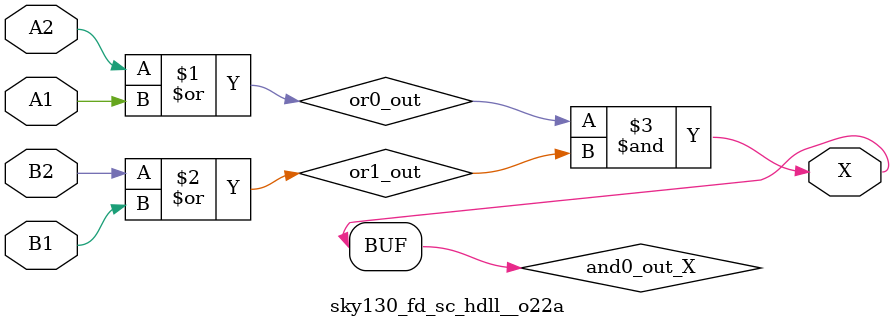
<source format=v>
/*
 * Copyright 2020 The SkyWater PDK Authors
 *
 * Licensed under the Apache License, Version 2.0 (the "License");
 * you may not use this file except in compliance with the License.
 * You may obtain a copy of the License at
 *
 *     https://www.apache.org/licenses/LICENSE-2.0
 *
 * Unless required by applicable law or agreed to in writing, software
 * distributed under the License is distributed on an "AS IS" BASIS,
 * WITHOUT WARRANTIES OR CONDITIONS OF ANY KIND, either express or implied.
 * See the License for the specific language governing permissions and
 * limitations under the License.
 *
 * SPDX-License-Identifier: Apache-2.0
*/


`ifndef SKY130_FD_SC_HDLL__O22A_FUNCTIONAL_V
`define SKY130_FD_SC_HDLL__O22A_FUNCTIONAL_V

/**
 * o22a: 2-input OR into both inputs of 2-input AND.
 *
 *       X = ((A1 | A2) & (B1 | B2))
 *
 * Verilog simulation functional model.
 */

`timescale 1ns / 1ps
`default_nettype none

`celldefine
module sky130_fd_sc_hdll__o22a (
    X ,
    A1,
    A2,
    B1,
    B2
);

    // Module ports
    output X ;
    input  A1;
    input  A2;
    input  B1;
    input  B2;

    // Local signals
    wire or0_out   ;
    wire or1_out   ;
    wire and0_out_X;

    //  Name  Output      Other arguments
    or  or0  (or0_out   , A2, A1          );
    or  or1  (or1_out   , B2, B1          );
    and and0 (and0_out_X, or0_out, or1_out);
    buf buf0 (X         , and0_out_X      );

endmodule
`endcelldefine

`default_nettype wire
`endif  // SKY130_FD_SC_HDLL__O22A_FUNCTIONAL_V
</source>
